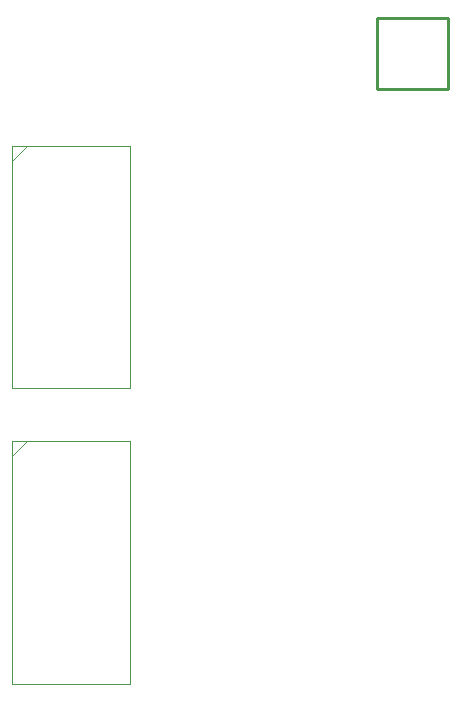
<source format=gbr>
%TF.GenerationSoftware,Altium Limited,Altium Designer,21.8.1 (53)*%
G04 Layer_Color=16711935*
%FSLAX43Y43*%
%MOMM*%
%TF.SameCoordinates,EC881490-E286-48FB-906B-DE43019234B0*%
%TF.FilePolarity,Positive*%
%TF.FileFunction,Other,Mechanical_13*%
%TF.Part,Single*%
G01*
G75*
%TA.AperFunction,NonConductor*%
%ADD11C,0.254*%
%ADD38C,0.100*%
D11*
X60762Y60185D02*
X66752D01*
Y54195D02*
Y60185D01*
X60762Y54195D02*
X66752D01*
X60762D02*
Y60185D01*
D38*
X29810Y49370D02*
X39810D01*
Y28850D02*
Y49370D01*
X29810Y28850D02*
X39810D01*
X29810D02*
Y49370D01*
Y48100D02*
X31080Y49370D01*
X29810Y24370D02*
X39810D01*
Y3850D02*
Y24370D01*
X29810Y3850D02*
X39810D01*
X29810D02*
Y24370D01*
Y23100D02*
X31080Y24370D01*
%TF.MD5,e7182ca801de3330889a37a32c8263fe*%
M02*

</source>
